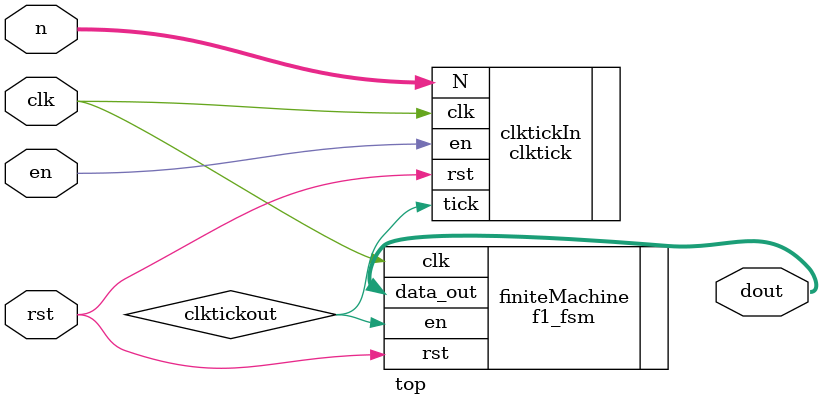
<source format=sv>
module top(
    input logic             rst,
    input logic             clk,
    input logic             en,
    input logic [15:0]      n,
    output logic [7:0]      dout
);

    logic                   clktickout;

clktick clktickIn (
    .N (n),
    .en (en),
    .rst (rst),
    .clk (clk),
    .tick (clktickout)
);

f1_fsm finiteMachine (
    .rst (rst),
    .en (clktickout),
    .clk (clk),
    .data_out (dout)
);

endmodule

</source>
